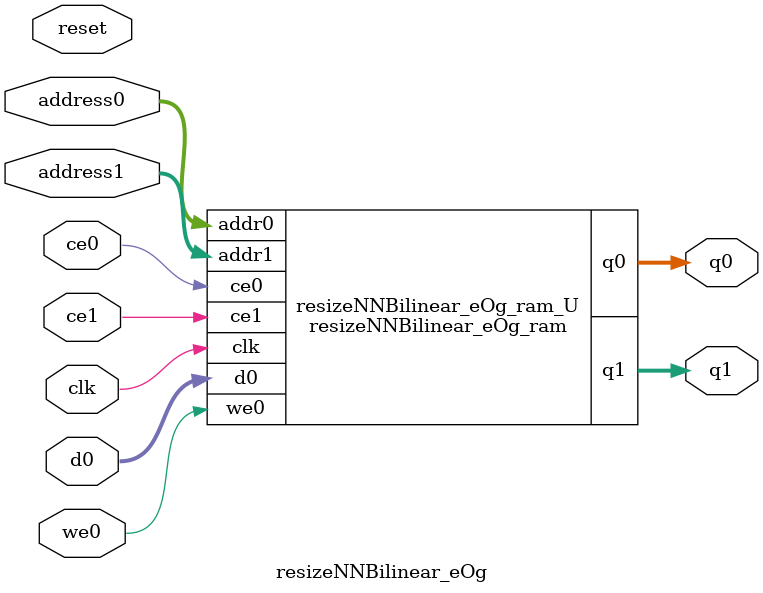
<source format=v>
`timescale 1 ns / 1 ps
module resizeNNBilinear_eOg_ram (addr0, ce0, d0, we0, q0, addr1, ce1, q1,  clk);

parameter DWIDTH = 24;
parameter AWIDTH = 11;
parameter MEM_SIZE = 1280;

input[AWIDTH-1:0] addr0;
input ce0;
input[DWIDTH-1:0] d0;
input we0;
output reg[DWIDTH-1:0] q0;
input[AWIDTH-1:0] addr1;
input ce1;
output reg[DWIDTH-1:0] q1;
input clk;

(* ram_style = "block" *)reg [DWIDTH-1:0] ram[0:MEM_SIZE-1];




always @(posedge clk)  
begin 
    if (ce0) begin
        if (we0) 
            ram[addr0] <= d0; 
        q0 <= ram[addr0];
    end
end


always @(posedge clk)  
begin 
    if (ce1) begin
        q1 <= ram[addr1];
    end
end


endmodule

`timescale 1 ns / 1 ps
module resizeNNBilinear_eOg(
    reset,
    clk,
    address0,
    ce0,
    we0,
    d0,
    q0,
    address1,
    ce1,
    q1);

parameter DataWidth = 32'd24;
parameter AddressRange = 32'd1280;
parameter AddressWidth = 32'd11;
input reset;
input clk;
input[AddressWidth - 1:0] address0;
input ce0;
input we0;
input[DataWidth - 1:0] d0;
output[DataWidth - 1:0] q0;
input[AddressWidth - 1:0] address1;
input ce1;
output[DataWidth - 1:0] q1;



resizeNNBilinear_eOg_ram resizeNNBilinear_eOg_ram_U(
    .clk( clk ),
    .addr0( address0 ),
    .ce0( ce0 ),
    .we0( we0 ),
    .d0( d0 ),
    .q0( q0 ),
    .addr1( address1 ),
    .ce1( ce1 ),
    .q1( q1 ));

endmodule


</source>
